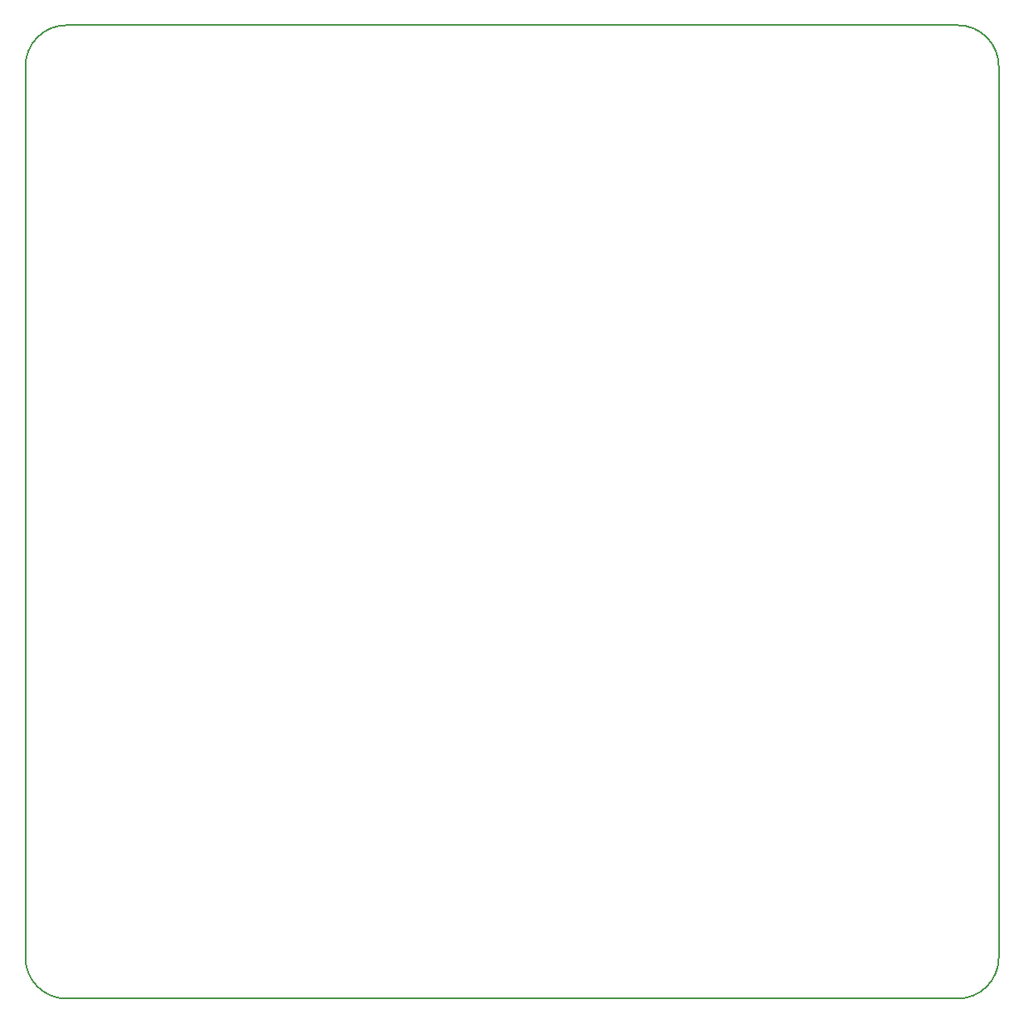
<source format=gm1>
G04*
G04 #@! TF.GenerationSoftware,Altium Limited,Altium Designer,22.1.2 (22)*
G04*
G04 Layer_Color=16711935*
%FSLAX25Y25*%
%MOIN*%
G70*
G04*
G04 #@! TF.SameCoordinates,8EC6406F-258D-449A-8705-EE3481E119B6*
G04*
G04*
G04 #@! TF.FilePolarity,Positive*
G04*
G01*
G75*
%ADD14C,0.00800*%
%ADD71C,0.00500*%
D14*
X694501Y120000D02*
Y478000D01*
X320000Y103498D02*
X678000D01*
X303499Y120000D02*
Y478000D01*
X320000Y494501D02*
X678000D01*
D71*
Y103498D02*
G03*
X694501Y120000I0J16501D01*
G01*
X303499D02*
G03*
X320000Y103498I16501J0D01*
G01*
Y494501D02*
G03*
X303499Y478000I0J-16501D01*
G01*
X694501D02*
G03*
X678000Y494501I-16501J0D01*
G01*
M02*

</source>
